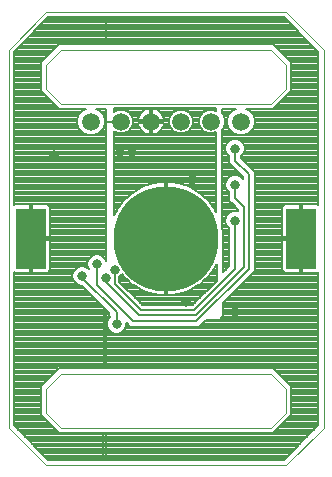
<source format=gbl>
G75*
%MOIN*%
%OFA0B0*%
%FSLAX24Y24*%
%IPPOS*%
%LPD*%
%AMOC8*
5,1,8,0,0,1.08239X$1,22.5*
%
%ADD10C,0.0040*%
%ADD11C,0.3500*%
%ADD12R,0.1000X0.2000*%
%ADD13C,0.0591*%
%ADD14C,0.0080*%
%ADD15C,0.0317*%
D10*
X001440Y000190D02*
X000190Y001440D01*
X000190Y014040D01*
X001440Y015290D01*
X009440Y015290D01*
X010690Y014040D01*
X010690Y001440D01*
X009440Y000190D01*
X001440Y000190D01*
X001940Y001440D02*
X001440Y001940D01*
X001440Y002740D01*
X001940Y003240D01*
X008940Y003240D01*
X009440Y002740D01*
X009440Y001940D01*
X008940Y001440D01*
X001940Y001440D01*
X003190Y010740D02*
X003390Y010940D01*
X003390Y011640D01*
X001940Y012240D02*
X001440Y012740D01*
X001440Y013540D01*
X001940Y014040D01*
X008940Y014040D01*
X009440Y013540D01*
X009440Y012740D01*
X008940Y012240D01*
X001940Y012240D01*
D11*
X005440Y007740D03*
D12*
X009940Y007740D03*
X000940Y007740D03*
D13*
X002940Y011640D03*
X003940Y011640D03*
X004940Y011640D03*
X005940Y011640D03*
X006940Y011640D03*
X007940Y011640D03*
D14*
X003440Y001054D02*
X000831Y001054D01*
X000753Y001132D02*
X003440Y001132D01*
X003440Y001211D02*
X000674Y001211D01*
X000596Y001289D02*
X001836Y001289D01*
X001865Y001260D02*
X003440Y001260D01*
X003440Y000370D01*
X001515Y000370D01*
X000370Y001515D01*
X000370Y006619D01*
X000386Y006610D01*
X000422Y006600D01*
X000900Y006600D01*
X000900Y007700D01*
X000980Y007700D01*
X000980Y007780D01*
X000900Y007780D01*
X000900Y008880D01*
X000422Y008880D01*
X000386Y008870D01*
X000370Y008861D01*
X000370Y013965D01*
X001515Y015110D01*
X003440Y015110D01*
X003440Y014220D01*
X001865Y014220D01*
X001760Y014115D01*
X001260Y013615D01*
X001260Y012665D01*
X001365Y012560D01*
X001865Y012060D01*
X002764Y012060D01*
X002682Y012026D01*
X002554Y011898D01*
X002485Y011731D01*
X002485Y011549D01*
X002554Y011382D01*
X002682Y011254D01*
X002849Y011185D01*
X003031Y011185D01*
X003198Y011254D01*
X003326Y011382D01*
X003395Y011549D01*
X003395Y011731D01*
X003326Y011898D01*
X003198Y012026D01*
X003116Y012060D01*
X003440Y012060D01*
X003440Y006998D01*
X003410Y007070D01*
X003320Y007160D01*
X003203Y007208D01*
X003077Y007208D01*
X002960Y007160D01*
X002870Y007070D01*
X002822Y006953D01*
X002822Y006827D01*
X002870Y006711D01*
X002820Y006760D01*
X002703Y006808D01*
X002577Y006808D01*
X002460Y006760D01*
X002370Y006670D01*
X002322Y006553D01*
X002322Y006427D01*
X002370Y006310D01*
X002460Y006220D01*
X002577Y006172D01*
X002626Y006172D01*
X003440Y005357D01*
X003440Y003420D01*
X001865Y003420D01*
X001760Y003315D01*
X001260Y002815D01*
X001260Y001865D01*
X001865Y001260D01*
X001758Y001368D02*
X000517Y001368D01*
X000439Y001446D02*
X001679Y001446D01*
X001601Y001525D02*
X000370Y001525D01*
X000370Y001603D02*
X001522Y001603D01*
X001444Y001682D02*
X000370Y001682D01*
X000370Y001760D02*
X001365Y001760D01*
X001287Y001839D02*
X000370Y001839D01*
X000370Y001917D02*
X001260Y001917D01*
X001260Y001996D02*
X000370Y001996D01*
X000370Y002074D02*
X001260Y002074D01*
X001260Y002153D02*
X000370Y002153D01*
X000370Y002231D02*
X001260Y002231D01*
X001260Y002310D02*
X000370Y002310D01*
X000370Y002388D02*
X001260Y002388D01*
X001260Y002467D02*
X000370Y002467D01*
X000370Y002545D02*
X001260Y002545D01*
X001260Y002624D02*
X000370Y002624D01*
X000370Y002702D02*
X001260Y002702D01*
X001260Y002781D02*
X000370Y002781D01*
X000370Y002859D02*
X001304Y002859D01*
X001383Y002938D02*
X000370Y002938D01*
X000370Y003016D02*
X001461Y003016D01*
X001540Y003095D02*
X000370Y003095D01*
X000370Y003173D02*
X001618Y003173D01*
X001697Y003252D02*
X000370Y003252D01*
X000370Y003330D02*
X001775Y003330D01*
X001854Y003409D02*
X000370Y003409D01*
X000370Y003487D02*
X003440Y003487D01*
X003362Y003487D02*
X010510Y003487D01*
X010510Y003409D02*
X009026Y003409D01*
X009015Y003420D02*
X003362Y003420D01*
X003375Y005422D01*
X003540Y005257D01*
X003540Y005239D01*
X003540Y005157D01*
X003541Y005157D01*
X003541Y005156D01*
X003573Y005124D01*
X003520Y005070D01*
X003472Y004953D01*
X003472Y004827D01*
X003520Y004710D01*
X003610Y004620D01*
X003727Y004572D01*
X003853Y004572D01*
X003970Y004620D01*
X004060Y004710D01*
X004108Y004827D01*
X004108Y004939D01*
X004124Y004923D01*
X004241Y004806D01*
X006539Y004806D01*
X006773Y005040D01*
X007058Y005040D01*
X007059Y005039D01*
X007141Y005040D01*
X007223Y005040D01*
X007223Y005041D01*
X007224Y005041D01*
X007282Y005099D01*
X007340Y005157D01*
X007340Y005158D01*
X007341Y005159D01*
X007340Y005241D01*
X007340Y005323D01*
X007339Y005323D01*
X007337Y005605D01*
X008273Y006540D01*
X008390Y006657D01*
X008390Y009973D01*
X007940Y010423D01*
X007940Y010490D01*
X008010Y010560D01*
X008058Y010677D01*
X008058Y010803D01*
X008010Y010920D01*
X007920Y011010D01*
X007803Y011058D01*
X007677Y011058D01*
X007560Y011010D01*
X007470Y010920D01*
X007422Y010803D01*
X007422Y010677D01*
X007470Y010560D01*
X007540Y010490D01*
X007540Y010257D01*
X007657Y010140D01*
X007990Y009807D01*
X007990Y009740D01*
X007920Y009810D01*
X007803Y009858D01*
X007677Y009858D01*
X007560Y009810D01*
X007470Y009720D01*
X007422Y009603D01*
X007422Y009477D01*
X007470Y009360D01*
X007540Y009290D01*
X007540Y009007D01*
X007657Y008890D01*
X007840Y008707D01*
X007840Y008643D01*
X007803Y008658D01*
X007677Y008658D01*
X007560Y008610D01*
X007470Y008520D01*
X007422Y008403D01*
X007422Y008277D01*
X007470Y008160D01*
X007540Y008090D01*
X007540Y006823D01*
X007330Y006613D01*
X007324Y007393D01*
X007350Y007489D01*
X007350Y007991D01*
X007319Y008106D01*
X007296Y011352D01*
X007326Y011382D01*
X007395Y011549D01*
X007395Y011731D01*
X007326Y011898D01*
X007292Y011932D01*
X007291Y012060D01*
X007764Y012060D01*
X007682Y012026D01*
X007554Y011898D01*
X007485Y011731D01*
X007485Y011549D01*
X007554Y011382D01*
X007682Y011254D01*
X007849Y011185D01*
X008031Y011185D01*
X008198Y011254D01*
X008326Y011382D01*
X008395Y011549D01*
X008395Y011731D01*
X008326Y011898D01*
X008198Y012026D01*
X008116Y012060D01*
X009015Y012060D01*
X009120Y012165D01*
X009620Y012665D01*
X009620Y013615D01*
X009015Y014220D01*
X003433Y014220D01*
X003438Y015110D01*
X009365Y015110D01*
X010510Y013965D01*
X010510Y008861D01*
X010494Y008870D01*
X010458Y008880D01*
X009980Y008880D01*
X009980Y007780D01*
X009900Y007780D01*
X009900Y008880D01*
X009422Y008880D01*
X009386Y008870D01*
X009354Y008852D01*
X009328Y008826D01*
X009310Y008794D01*
X009300Y008758D01*
X009300Y007780D01*
X009900Y007780D01*
X009900Y007700D01*
X009980Y007700D01*
X009980Y006600D01*
X010458Y006600D01*
X010494Y006610D01*
X010510Y006619D01*
X010510Y001515D01*
X009365Y000370D01*
X003342Y000370D01*
X003347Y001260D01*
X009015Y001260D01*
X009120Y001365D01*
X009620Y001865D01*
X009620Y002815D01*
X009515Y002920D01*
X009015Y003420D01*
X009105Y003330D02*
X010510Y003330D01*
X010510Y003252D02*
X009183Y003252D01*
X009262Y003173D02*
X010510Y003173D01*
X010510Y003095D02*
X009340Y003095D01*
X009419Y003016D02*
X010510Y003016D01*
X010510Y002938D02*
X009497Y002938D01*
X009576Y002859D02*
X010510Y002859D01*
X010510Y002781D02*
X009620Y002781D01*
X009620Y002702D02*
X010510Y002702D01*
X010510Y002624D02*
X009620Y002624D01*
X009620Y002545D02*
X010510Y002545D01*
X010510Y002467D02*
X009620Y002467D01*
X009620Y002388D02*
X010510Y002388D01*
X010510Y002310D02*
X009620Y002310D01*
X009620Y002231D02*
X010510Y002231D01*
X010510Y002153D02*
X009620Y002153D01*
X009620Y002074D02*
X010510Y002074D01*
X010510Y001996D02*
X009620Y001996D01*
X009620Y001917D02*
X010510Y001917D01*
X010510Y001839D02*
X009593Y001839D01*
X009515Y001760D02*
X010510Y001760D01*
X010510Y001682D02*
X009436Y001682D01*
X009358Y001603D02*
X010510Y001603D01*
X010510Y001525D02*
X009279Y001525D01*
X009201Y001446D02*
X010441Y001446D01*
X010363Y001368D02*
X009122Y001368D01*
X009044Y001289D02*
X010284Y001289D01*
X010206Y001211D02*
X003347Y001211D01*
X003347Y001132D02*
X010127Y001132D01*
X010049Y001054D02*
X003346Y001054D01*
X003345Y000975D02*
X009970Y000975D01*
X009892Y000897D02*
X003345Y000897D01*
X003344Y000818D02*
X009813Y000818D01*
X009735Y000740D02*
X003344Y000740D01*
X003343Y000661D02*
X009656Y000661D01*
X009578Y000583D02*
X003343Y000583D01*
X003342Y000504D02*
X009499Y000504D01*
X009421Y000426D02*
X003342Y000426D01*
X003440Y000426D02*
X001459Y000426D01*
X001381Y000504D02*
X003440Y000504D01*
X003440Y000583D02*
X001302Y000583D01*
X001224Y000661D02*
X003440Y000661D01*
X003440Y000740D02*
X001145Y000740D01*
X001067Y000818D02*
X003440Y000818D01*
X003440Y000897D02*
X000988Y000897D01*
X000910Y000975D02*
X003440Y000975D01*
X003440Y003566D02*
X000370Y003566D01*
X000370Y003644D02*
X003440Y003644D01*
X003363Y003644D02*
X010510Y003644D01*
X010510Y003566D02*
X003363Y003566D01*
X003364Y003723D02*
X010510Y003723D01*
X010510Y003801D02*
X003364Y003801D01*
X003440Y003801D02*
X000370Y003801D01*
X000370Y003723D02*
X003440Y003723D01*
X003440Y003880D02*
X000370Y003880D01*
X000370Y003958D02*
X003440Y003958D01*
X003365Y003958D02*
X010510Y003958D01*
X010510Y003880D02*
X003365Y003880D01*
X003366Y004037D02*
X010510Y004037D01*
X010510Y004115D02*
X003366Y004115D01*
X003440Y004115D02*
X000370Y004115D01*
X000370Y004037D02*
X003440Y004037D01*
X003440Y004194D02*
X000370Y004194D01*
X000370Y004272D02*
X003440Y004272D01*
X003367Y004272D02*
X010510Y004272D01*
X010510Y004194D02*
X003367Y004194D01*
X003368Y004351D02*
X010510Y004351D01*
X010510Y004429D02*
X003368Y004429D01*
X003440Y004429D02*
X000370Y004429D01*
X000370Y004351D02*
X003440Y004351D01*
X003440Y004508D02*
X000370Y004508D01*
X000370Y004586D02*
X003440Y004586D01*
X003369Y004586D02*
X003692Y004586D01*
X003565Y004665D02*
X003370Y004665D01*
X003440Y004665D02*
X000370Y004665D01*
X000370Y004743D02*
X003440Y004743D01*
X003506Y004743D02*
X003370Y004743D01*
X003371Y004822D02*
X003474Y004822D01*
X003440Y004822D02*
X000370Y004822D01*
X000370Y004900D02*
X003440Y004900D01*
X003472Y004900D02*
X003371Y004900D01*
X003372Y004979D02*
X003482Y004979D01*
X003440Y004979D02*
X000370Y004979D01*
X000370Y005057D02*
X003440Y005057D01*
X003372Y005057D02*
X003515Y005057D01*
X003561Y005136D02*
X003373Y005136D01*
X003440Y005136D02*
X000370Y005136D01*
X000370Y005214D02*
X003440Y005214D01*
X003373Y005214D02*
X003540Y005214D01*
X003505Y005293D02*
X003374Y005293D01*
X003440Y005293D02*
X000370Y005293D01*
X000370Y005371D02*
X003426Y005371D01*
X003374Y005371D01*
X003348Y005450D02*
X000370Y005450D01*
X000370Y005528D02*
X003269Y005528D01*
X003191Y005607D02*
X000370Y005607D01*
X000370Y005685D02*
X003112Y005685D01*
X003034Y005764D02*
X000370Y005764D01*
X000370Y005842D02*
X002955Y005842D01*
X002877Y005921D02*
X000370Y005921D01*
X000370Y005999D02*
X002798Y005999D01*
X002720Y006078D02*
X000370Y006078D01*
X000370Y006156D02*
X002641Y006156D01*
X002445Y006235D02*
X000370Y006235D01*
X000370Y006313D02*
X002369Y006313D01*
X002336Y006392D02*
X000370Y006392D01*
X000370Y006470D02*
X002322Y006470D01*
X002322Y006549D02*
X000370Y006549D01*
X000900Y006627D02*
X000980Y006627D01*
X000980Y006600D02*
X001458Y006600D01*
X001494Y006610D01*
X001526Y006628D01*
X001552Y006654D01*
X001570Y006686D01*
X001580Y006722D01*
X001580Y007700D01*
X000980Y007700D01*
X000980Y006600D01*
X000980Y006706D02*
X000900Y006706D01*
X000900Y006784D02*
X000980Y006784D01*
X000980Y006863D02*
X000900Y006863D01*
X000900Y006941D02*
X000980Y006941D01*
X000980Y007020D02*
X000900Y007020D01*
X000900Y007098D02*
X000980Y007098D01*
X000980Y007177D02*
X000900Y007177D01*
X000900Y007255D02*
X000980Y007255D01*
X000980Y007334D02*
X000900Y007334D01*
X000900Y007412D02*
X000980Y007412D01*
X000980Y007491D02*
X000900Y007491D01*
X000900Y007569D02*
X000980Y007569D01*
X000980Y007648D02*
X000900Y007648D01*
X000980Y007726D02*
X003440Y007726D01*
X003440Y007648D02*
X001580Y007648D01*
X001580Y007569D02*
X003440Y007569D01*
X003440Y007491D02*
X001580Y007491D01*
X001580Y007412D02*
X003440Y007412D01*
X003440Y007334D02*
X001580Y007334D01*
X001580Y007255D02*
X003440Y007255D01*
X003440Y007177D02*
X003280Y007177D01*
X003382Y007098D02*
X003440Y007098D01*
X003431Y007020D02*
X003440Y007020D01*
X003140Y006890D02*
X003140Y006190D01*
X004324Y005006D01*
X006456Y005006D01*
X008190Y006740D01*
X008190Y009890D01*
X007740Y010340D01*
X007740Y010740D01*
X008032Y010866D02*
X010510Y010866D01*
X010510Y010788D02*
X008058Y010788D01*
X008058Y010709D02*
X010510Y010709D01*
X010510Y010631D02*
X008039Y010631D01*
X008002Y010552D02*
X010510Y010552D01*
X010510Y010474D02*
X007940Y010474D01*
X007968Y010395D02*
X010510Y010395D01*
X010510Y010317D02*
X008046Y010317D01*
X008125Y010238D02*
X010510Y010238D01*
X010510Y010160D02*
X008203Y010160D01*
X008282Y010081D02*
X010510Y010081D01*
X010510Y010003D02*
X008360Y010003D01*
X008390Y009924D02*
X010510Y009924D01*
X010510Y009846D02*
X008390Y009846D01*
X008390Y009767D02*
X010510Y009767D01*
X010510Y009689D02*
X008390Y009689D01*
X008390Y009610D02*
X010510Y009610D01*
X010510Y009532D02*
X008390Y009532D01*
X008390Y009453D02*
X010510Y009453D01*
X010510Y009375D02*
X008390Y009375D01*
X008390Y009296D02*
X010510Y009296D01*
X010510Y009218D02*
X008390Y009218D01*
X008390Y009139D02*
X010510Y009139D01*
X010510Y009061D02*
X008390Y009061D01*
X008390Y008982D02*
X010510Y008982D01*
X010510Y008904D02*
X008390Y008904D01*
X008390Y008825D02*
X009327Y008825D01*
X009300Y008747D02*
X008390Y008747D01*
X008390Y008668D02*
X009300Y008668D01*
X009300Y008590D02*
X008390Y008590D01*
X008390Y008511D02*
X009300Y008511D01*
X009300Y008433D02*
X008390Y008433D01*
X008390Y008354D02*
X009300Y008354D01*
X009300Y008276D02*
X008390Y008276D01*
X008390Y008197D02*
X009300Y008197D01*
X009300Y008119D02*
X008390Y008119D01*
X008390Y008040D02*
X009300Y008040D01*
X009300Y007962D02*
X008390Y007962D01*
X008390Y007883D02*
X009300Y007883D01*
X009300Y007805D02*
X008390Y007805D01*
X008390Y007726D02*
X009900Y007726D01*
X009900Y007700D02*
X009300Y007700D01*
X009300Y006722D01*
X009310Y006686D01*
X009328Y006654D01*
X009354Y006628D01*
X009386Y006610D01*
X009422Y006600D01*
X009900Y006600D01*
X009900Y007700D01*
X009900Y007648D02*
X009980Y007648D01*
X009980Y007569D02*
X009900Y007569D01*
X009900Y007491D02*
X009980Y007491D01*
X009980Y007412D02*
X009900Y007412D01*
X009900Y007334D02*
X009980Y007334D01*
X009980Y007255D02*
X009900Y007255D01*
X009900Y007177D02*
X009980Y007177D01*
X009980Y007098D02*
X009900Y007098D01*
X009900Y007020D02*
X009980Y007020D01*
X009980Y006941D02*
X009900Y006941D01*
X009900Y006863D02*
X009980Y006863D01*
X009980Y006784D02*
X009900Y006784D01*
X009900Y006706D02*
X009980Y006706D01*
X009980Y006627D02*
X009900Y006627D01*
X009356Y006627D02*
X008360Y006627D01*
X008390Y006706D02*
X009304Y006706D01*
X009300Y006784D02*
X008390Y006784D01*
X008390Y006863D02*
X009300Y006863D01*
X009300Y006941D02*
X008390Y006941D01*
X008390Y007020D02*
X009300Y007020D01*
X009300Y007098D02*
X008390Y007098D01*
X008390Y007177D02*
X009300Y007177D01*
X009300Y007255D02*
X008390Y007255D01*
X008390Y007334D02*
X009300Y007334D01*
X009300Y007412D02*
X008390Y007412D01*
X008390Y007491D02*
X009300Y007491D01*
X009300Y007569D02*
X008390Y007569D01*
X008390Y007648D02*
X009300Y007648D01*
X009900Y007805D02*
X009980Y007805D01*
X009980Y007883D02*
X009900Y007883D01*
X009900Y007962D02*
X009980Y007962D01*
X009980Y008040D02*
X009900Y008040D01*
X009900Y008119D02*
X009980Y008119D01*
X009980Y008197D02*
X009900Y008197D01*
X009900Y008276D02*
X009980Y008276D01*
X009980Y008354D02*
X009900Y008354D01*
X009900Y008433D02*
X009980Y008433D01*
X009980Y008511D02*
X009900Y008511D01*
X009900Y008590D02*
X009980Y008590D01*
X009980Y008668D02*
X009900Y008668D01*
X009900Y008747D02*
X009980Y008747D01*
X009980Y008825D02*
X009900Y008825D01*
X010510Y010945D02*
X007986Y010945D01*
X007889Y011023D02*
X010510Y011023D01*
X010510Y011102D02*
X007298Y011102D01*
X007297Y011180D02*
X010510Y011180D01*
X010510Y011259D02*
X008202Y011259D01*
X008281Y011337D02*
X010510Y011337D01*
X010510Y011416D02*
X008340Y011416D01*
X008372Y011494D02*
X010510Y011494D01*
X010510Y011573D02*
X008395Y011573D01*
X008395Y011651D02*
X010510Y011651D01*
X010510Y011730D02*
X008395Y011730D01*
X008363Y011808D02*
X010510Y011808D01*
X010510Y011887D02*
X008331Y011887D01*
X008259Y011965D02*
X010510Y011965D01*
X010510Y012044D02*
X008155Y012044D01*
X007725Y012044D02*
X007291Y012044D01*
X007291Y011965D02*
X007621Y011965D01*
X007549Y011887D02*
X007331Y011887D01*
X007363Y011808D02*
X007517Y011808D01*
X007485Y011730D02*
X007395Y011730D01*
X007395Y011651D02*
X007485Y011651D01*
X007485Y011573D02*
X007395Y011573D01*
X007372Y011494D02*
X007508Y011494D01*
X007540Y011416D02*
X007340Y011416D01*
X007296Y011337D02*
X007599Y011337D01*
X007678Y011259D02*
X007296Y011259D01*
X007298Y011023D02*
X007591Y011023D01*
X007494Y010945D02*
X007299Y010945D01*
X007299Y010866D02*
X007448Y010866D01*
X007422Y010788D02*
X007300Y010788D01*
X007300Y010709D02*
X007422Y010709D01*
X007441Y010631D02*
X007301Y010631D01*
X007302Y010552D02*
X007478Y010552D01*
X007540Y010474D02*
X007302Y010474D01*
X007303Y010395D02*
X007540Y010395D01*
X007540Y010317D02*
X007303Y010317D01*
X007304Y010238D02*
X007559Y010238D01*
X007638Y010160D02*
X007304Y010160D01*
X007305Y010081D02*
X007716Y010081D01*
X007795Y010003D02*
X007305Y010003D01*
X007306Y009924D02*
X007873Y009924D01*
X007834Y009846D02*
X007952Y009846D01*
X007963Y009767D02*
X007990Y009767D01*
X007740Y009540D02*
X007740Y009090D01*
X008040Y008790D01*
X008040Y006790D01*
X006455Y005205D01*
X004525Y005205D01*
X003440Y006290D01*
X003440Y006440D01*
X003740Y006240D02*
X004606Y005374D01*
X006374Y005374D01*
X007740Y006740D01*
X007740Y008340D01*
X007511Y008119D02*
X007319Y008119D01*
X007319Y008197D02*
X007455Y008197D01*
X007422Y008276D02*
X007318Y008276D01*
X007317Y008354D02*
X007422Y008354D01*
X007434Y008433D02*
X007317Y008433D01*
X007316Y008511D02*
X007466Y008511D01*
X007539Y008590D02*
X007316Y008590D01*
X007315Y008668D02*
X007840Y008668D01*
X007801Y008747D02*
X007315Y008747D01*
X007314Y008825D02*
X007722Y008825D01*
X007644Y008904D02*
X007313Y008904D01*
X007313Y008982D02*
X007565Y008982D01*
X007540Y009061D02*
X007312Y009061D01*
X007312Y009139D02*
X007540Y009139D01*
X007540Y009218D02*
X007311Y009218D01*
X007311Y009296D02*
X007534Y009296D01*
X007464Y009375D02*
X007310Y009375D01*
X007309Y009453D02*
X007431Y009453D01*
X007422Y009532D02*
X007309Y009532D01*
X007308Y009610D02*
X007424Y009610D01*
X007457Y009689D02*
X007308Y009689D01*
X007307Y009767D02*
X007517Y009767D01*
X007646Y009846D02*
X007307Y009846D01*
X007107Y009846D02*
X003707Y009846D01*
X003706Y009924D02*
X007106Y009924D01*
X007105Y010003D02*
X003705Y010003D01*
X003705Y010081D02*
X007105Y010081D01*
X007104Y010160D02*
X003704Y010160D01*
X003704Y010238D02*
X007104Y010238D01*
X007103Y010317D02*
X003703Y010317D01*
X003703Y010395D02*
X007103Y010395D01*
X007102Y010474D02*
X003702Y010474D01*
X003702Y010552D02*
X007102Y010552D01*
X007101Y010631D02*
X003701Y010631D01*
X003700Y010709D02*
X007100Y010709D01*
X007100Y010788D02*
X003700Y010788D01*
X003699Y010866D02*
X007099Y010866D01*
X007099Y010945D02*
X003699Y010945D01*
X003698Y011023D02*
X007098Y011023D01*
X007098Y011102D02*
X003698Y011102D01*
X003697Y011180D02*
X007097Y011180D01*
X007096Y011259D02*
X007052Y011259D01*
X007019Y011245D02*
X007096Y011277D01*
X007116Y008618D01*
X007036Y008756D01*
X006941Y008892D01*
X006835Y009018D01*
X006718Y009135D01*
X006592Y009241D01*
X006456Y009336D01*
X006314Y009418D01*
X006164Y009488D01*
X006009Y009544D01*
X005849Y009587D01*
X005687Y009616D01*
X005523Y009630D01*
X005480Y009630D01*
X005480Y007780D01*
X005400Y007780D01*
X005400Y009630D01*
X005357Y009630D01*
X005193Y009616D01*
X005031Y009587D01*
X004871Y009544D01*
X004716Y009488D01*
X004566Y009418D01*
X004424Y009336D01*
X004288Y009241D01*
X004162Y009135D01*
X004045Y009018D01*
X003939Y008892D01*
X003844Y008756D01*
X003762Y008614D01*
X003716Y008516D01*
X003696Y011325D01*
X003716Y011305D01*
X003861Y011245D01*
X004019Y011245D01*
X004164Y011305D01*
X004275Y011416D01*
X004335Y011561D01*
X004335Y011719D01*
X004275Y011864D01*
X004164Y011975D01*
X004019Y012035D01*
X003861Y012035D01*
X003716Y011975D01*
X003691Y011950D01*
X003690Y012080D01*
X007090Y012080D01*
X007091Y012005D01*
X007019Y012035D01*
X006861Y012035D01*
X006716Y011975D01*
X006605Y011864D01*
X006545Y011719D01*
X006545Y011561D01*
X006605Y011416D01*
X006716Y011305D01*
X006861Y011245D01*
X007019Y011245D01*
X006828Y011259D02*
X006052Y011259D01*
X006019Y011245D02*
X006164Y011305D01*
X006275Y011416D01*
X006335Y011561D01*
X006335Y011719D01*
X006275Y011864D01*
X006164Y011975D01*
X006019Y012035D01*
X005861Y012035D01*
X005716Y011975D01*
X005605Y011864D01*
X005545Y011719D01*
X005545Y011561D01*
X005605Y011416D01*
X005716Y011305D01*
X005861Y011245D01*
X006019Y011245D01*
X006196Y011337D02*
X006684Y011337D01*
X006605Y011416D02*
X006275Y011416D01*
X006307Y011494D02*
X006573Y011494D01*
X006545Y011573D02*
X006335Y011573D01*
X006335Y011651D02*
X006545Y011651D01*
X006549Y011730D02*
X006331Y011730D01*
X006298Y011808D02*
X006582Y011808D01*
X006628Y011887D02*
X006252Y011887D01*
X006174Y011965D02*
X006706Y011965D01*
X007091Y012044D02*
X005107Y012044D01*
X005107Y012043D02*
X005042Y012065D01*
X004980Y012074D01*
X004980Y011680D01*
X005374Y011680D01*
X005365Y011742D01*
X005343Y011807D01*
X005312Y011868D01*
X005272Y011924D01*
X005224Y011972D01*
X005168Y012012D01*
X005107Y012043D01*
X004980Y012044D02*
X004900Y012044D01*
X004900Y012074D02*
X004838Y012065D01*
X004773Y012043D01*
X004712Y012012D01*
X004656Y011972D01*
X004608Y011924D01*
X004568Y011868D01*
X004537Y011807D01*
X004515Y011742D01*
X004506Y011680D01*
X004900Y011680D01*
X004900Y012074D01*
X004900Y011965D02*
X004980Y011965D01*
X004980Y011887D02*
X004900Y011887D01*
X004900Y011808D02*
X004980Y011808D01*
X004980Y011730D02*
X004900Y011730D01*
X004900Y011680D02*
X004980Y011680D01*
X004980Y011600D01*
X005374Y011600D01*
X005365Y011538D01*
X005343Y011473D01*
X005312Y011412D01*
X005272Y011356D01*
X005224Y011308D01*
X005168Y011268D01*
X005107Y011237D01*
X005042Y011215D01*
X004980Y011206D01*
X004980Y011600D01*
X004900Y011600D01*
X004900Y011206D01*
X004838Y011215D01*
X004773Y011237D01*
X004712Y011268D01*
X004656Y011308D01*
X004608Y011356D01*
X004568Y011412D01*
X004537Y011473D01*
X004515Y011538D01*
X004506Y011600D01*
X004900Y011600D01*
X004900Y011680D01*
X004900Y011651D02*
X004335Y011651D01*
X004335Y011573D02*
X004510Y011573D01*
X004530Y011494D02*
X004307Y011494D01*
X004275Y011416D02*
X004566Y011416D01*
X004627Y011337D02*
X004196Y011337D01*
X004052Y011259D02*
X004730Y011259D01*
X004900Y011259D02*
X004980Y011259D01*
X004980Y011337D02*
X004900Y011337D01*
X004900Y011416D02*
X004980Y011416D01*
X004980Y011494D02*
X004900Y011494D01*
X004900Y011573D02*
X004980Y011573D01*
X004980Y011651D02*
X005545Y011651D01*
X005545Y011573D02*
X005370Y011573D01*
X005350Y011494D02*
X005573Y011494D01*
X005605Y011416D02*
X005314Y011416D01*
X005253Y011337D02*
X005684Y011337D01*
X005828Y011259D02*
X005150Y011259D01*
X005367Y011730D02*
X005549Y011730D01*
X005582Y011808D02*
X005343Y011808D01*
X005299Y011887D02*
X005628Y011887D01*
X005706Y011965D02*
X005231Y011965D01*
X004773Y012044D02*
X003691Y012044D01*
X003691Y011965D02*
X003706Y011965D01*
X003940Y011640D02*
X003390Y011640D01*
X003395Y011651D02*
X003440Y011651D01*
X003440Y011573D02*
X003395Y011573D01*
X003372Y011494D02*
X003440Y011494D01*
X003440Y011416D02*
X003340Y011416D01*
X003281Y011337D02*
X003440Y011337D01*
X003440Y011259D02*
X003202Y011259D01*
X003440Y011180D02*
X000370Y011180D01*
X000370Y011102D02*
X003440Y011102D01*
X003440Y011023D02*
X000370Y011023D01*
X000370Y010945D02*
X003440Y010945D01*
X003440Y010866D02*
X000370Y010866D01*
X000370Y010788D02*
X003440Y010788D01*
X003440Y010709D02*
X000370Y010709D01*
X000370Y010631D02*
X003440Y010631D01*
X003440Y010552D02*
X000370Y010552D01*
X000370Y010474D02*
X003440Y010474D01*
X003440Y010395D02*
X000370Y010395D01*
X000370Y010317D02*
X003440Y010317D01*
X003440Y010238D02*
X000370Y010238D01*
X000370Y010160D02*
X003440Y010160D01*
X003440Y010081D02*
X000370Y010081D01*
X000370Y010003D02*
X003440Y010003D01*
X003440Y009924D02*
X000370Y009924D01*
X000370Y009846D02*
X003440Y009846D01*
X003440Y009767D02*
X000370Y009767D01*
X000370Y009689D02*
X003440Y009689D01*
X003440Y009610D02*
X000370Y009610D01*
X000370Y009532D02*
X003440Y009532D01*
X003440Y009453D02*
X000370Y009453D01*
X000370Y009375D02*
X003440Y009375D01*
X003440Y009296D02*
X000370Y009296D01*
X000370Y009218D02*
X003440Y009218D01*
X003440Y009139D02*
X000370Y009139D01*
X000370Y009061D02*
X003440Y009061D01*
X003440Y008982D02*
X000370Y008982D01*
X000370Y008904D02*
X003440Y008904D01*
X003440Y008825D02*
X001553Y008825D01*
X001552Y008826D02*
X001526Y008852D01*
X001494Y008870D01*
X001458Y008880D01*
X000980Y008880D01*
X000980Y007780D01*
X001580Y007780D01*
X001580Y008758D01*
X001570Y008794D01*
X001552Y008826D01*
X001580Y008747D02*
X003440Y008747D01*
X003440Y008668D02*
X001580Y008668D01*
X001580Y008590D02*
X003440Y008590D01*
X003440Y008511D02*
X001580Y008511D01*
X001580Y008433D02*
X003440Y008433D01*
X003440Y008354D02*
X001580Y008354D01*
X001580Y008276D02*
X003440Y008276D01*
X003440Y008197D02*
X001580Y008197D01*
X001580Y008119D02*
X003440Y008119D01*
X003440Y008040D02*
X001580Y008040D01*
X001580Y007962D02*
X003440Y007962D01*
X003440Y007883D02*
X001580Y007883D01*
X001580Y007805D02*
X003440Y007805D01*
X003000Y007177D02*
X001580Y007177D01*
X001580Y007098D02*
X002898Y007098D01*
X002849Y007020D02*
X001580Y007020D01*
X001580Y006941D02*
X002822Y006941D01*
X002822Y006863D02*
X001580Y006863D01*
X001580Y006784D02*
X002518Y006784D01*
X002405Y006706D02*
X001576Y006706D01*
X001524Y006627D02*
X002352Y006627D01*
X002640Y006490D02*
X002640Y006440D01*
X003790Y005290D01*
X003790Y004890D01*
X004015Y004665D02*
X010510Y004665D01*
X010510Y004743D02*
X004074Y004743D01*
X004106Y004822D02*
X004226Y004822D01*
X004147Y004900D02*
X004108Y004900D01*
X004124Y004923D02*
X004124Y004923D01*
X003888Y004586D02*
X010510Y004586D01*
X010510Y004508D02*
X003369Y004508D01*
X004336Y005842D02*
X006644Y005842D01*
X006566Y005764D02*
X004414Y005764D01*
X004493Y005685D02*
X006487Y005685D01*
X006409Y005607D02*
X004571Y005607D01*
X004650Y005528D02*
X006330Y005528D01*
X006316Y005514D02*
X004664Y005514D01*
X003880Y006298D01*
X003880Y006468D01*
X003886Y006471D01*
X003959Y006544D01*
X003965Y006558D01*
X004045Y006462D01*
X004162Y006345D01*
X004288Y006239D01*
X004424Y006144D01*
X004566Y006062D01*
X004716Y005992D01*
X004871Y005936D01*
X005031Y005893D01*
X005193Y005864D01*
X005357Y005850D01*
X005400Y005850D01*
X005400Y007700D01*
X005480Y007700D01*
X005480Y005850D01*
X005523Y005850D01*
X005687Y005864D01*
X005849Y005893D01*
X006009Y005936D01*
X006164Y005992D01*
X006314Y006062D01*
X006456Y006144D01*
X006592Y006239D01*
X006718Y006345D01*
X006835Y006462D01*
X006941Y006588D01*
X007036Y006724D01*
X007118Y006866D01*
X007128Y006888D01*
X007132Y006330D01*
X006316Y005514D01*
X006090Y005640D02*
X006040Y005640D01*
X005940Y005540D01*
X005952Y005921D02*
X006723Y005921D01*
X006801Y005999D02*
X006179Y005999D01*
X006340Y006078D02*
X006880Y006078D01*
X006958Y006156D02*
X006473Y006156D01*
X006585Y006235D02*
X007037Y006235D01*
X007115Y006313D02*
X006680Y006313D01*
X006764Y006392D02*
X007132Y006392D01*
X007131Y006470D02*
X006842Y006470D01*
X006907Y006549D02*
X007131Y006549D01*
X007130Y006627D02*
X006968Y006627D01*
X007023Y006706D02*
X007129Y006706D01*
X007129Y006784D02*
X007070Y006784D01*
X007116Y006863D02*
X007128Y006863D01*
X007328Y006863D02*
X007540Y006863D01*
X007540Y006941D02*
X007328Y006941D01*
X007327Y007020D02*
X007540Y007020D01*
X007540Y007098D02*
X007327Y007098D01*
X007326Y007177D02*
X007540Y007177D01*
X007540Y007255D02*
X007325Y007255D01*
X007325Y007334D02*
X007540Y007334D01*
X007540Y007412D02*
X007329Y007412D01*
X007350Y007491D02*
X007540Y007491D01*
X007540Y007569D02*
X007350Y007569D01*
X007350Y007648D02*
X007540Y007648D01*
X007540Y007726D02*
X007350Y007726D01*
X007350Y007805D02*
X007540Y007805D01*
X007540Y007883D02*
X007350Y007883D01*
X007350Y007962D02*
X007540Y007962D01*
X007540Y008040D02*
X007337Y008040D01*
X007115Y008668D02*
X007087Y008668D01*
X007115Y008747D02*
X007041Y008747D01*
X006988Y008825D02*
X007114Y008825D01*
X007113Y008904D02*
X006931Y008904D01*
X006865Y008982D02*
X007113Y008982D01*
X007112Y009061D02*
X006792Y009061D01*
X006713Y009139D02*
X007112Y009139D01*
X007111Y009218D02*
X006619Y009218D01*
X006513Y009296D02*
X007111Y009296D01*
X007110Y009375D02*
X006389Y009375D01*
X006239Y009453D02*
X007109Y009453D01*
X007109Y009532D02*
X006044Y009532D01*
X006290Y009690D02*
X006440Y009840D01*
X007107Y009767D02*
X003707Y009767D01*
X003708Y009689D02*
X007108Y009689D01*
X007108Y009610D02*
X005719Y009610D01*
X005480Y009610D02*
X005400Y009610D01*
X005400Y009532D02*
X005480Y009532D01*
X005480Y009453D02*
X005400Y009453D01*
X005400Y009375D02*
X005480Y009375D01*
X005480Y009296D02*
X005400Y009296D01*
X005400Y009218D02*
X005480Y009218D01*
X005480Y009139D02*
X005400Y009139D01*
X005400Y009061D02*
X005480Y009061D01*
X005480Y008982D02*
X005400Y008982D01*
X005400Y008904D02*
X005480Y008904D01*
X005480Y008825D02*
X005400Y008825D01*
X005400Y008747D02*
X005480Y008747D01*
X005480Y008668D02*
X005400Y008668D01*
X005400Y008590D02*
X005480Y008590D01*
X005480Y008511D02*
X005400Y008511D01*
X005400Y008433D02*
X005480Y008433D01*
X005480Y008354D02*
X005400Y008354D01*
X005400Y008276D02*
X005480Y008276D01*
X005480Y008197D02*
X005400Y008197D01*
X005400Y008119D02*
X005480Y008119D01*
X005480Y008040D02*
X005400Y008040D01*
X005400Y007962D02*
X005480Y007962D01*
X005480Y007883D02*
X005400Y007883D01*
X005400Y007805D02*
X005480Y007805D01*
X005480Y007648D02*
X005400Y007648D01*
X005400Y007569D02*
X005480Y007569D01*
X005480Y007491D02*
X005400Y007491D01*
X005400Y007412D02*
X005480Y007412D01*
X005480Y007334D02*
X005400Y007334D01*
X005400Y007255D02*
X005480Y007255D01*
X005480Y007177D02*
X005400Y007177D01*
X005400Y007098D02*
X005480Y007098D01*
X005480Y007020D02*
X005400Y007020D01*
X005400Y006941D02*
X005480Y006941D01*
X005480Y006863D02*
X005400Y006863D01*
X005400Y006784D02*
X005480Y006784D01*
X005480Y006706D02*
X005400Y006706D01*
X005400Y006627D02*
X005480Y006627D01*
X005480Y006549D02*
X005400Y006549D01*
X005400Y006470D02*
X005480Y006470D01*
X005480Y006392D02*
X005400Y006392D01*
X005400Y006313D02*
X005480Y006313D01*
X005480Y006235D02*
X005400Y006235D01*
X005400Y006156D02*
X005480Y006156D01*
X005480Y006078D02*
X005400Y006078D01*
X005400Y005999D02*
X005480Y005999D01*
X005480Y005921D02*
X005400Y005921D01*
X004928Y005921D02*
X004257Y005921D01*
X004179Y005999D02*
X004701Y005999D01*
X004540Y006078D02*
X004100Y006078D01*
X004022Y006156D02*
X004407Y006156D01*
X004295Y006235D02*
X003943Y006235D01*
X003880Y006313D02*
X004200Y006313D01*
X004116Y006392D02*
X003880Y006392D01*
X003884Y006470D02*
X004038Y006470D01*
X003973Y006549D02*
X003961Y006549D01*
X003740Y006690D02*
X003740Y006240D01*
X002839Y006784D02*
X002762Y006784D01*
X003716Y008590D02*
X003751Y008590D01*
X003715Y008668D02*
X003793Y008668D01*
X003839Y008747D02*
X003715Y008747D01*
X003714Y008825D02*
X003892Y008825D01*
X003949Y008904D02*
X003713Y008904D01*
X003713Y008982D02*
X004015Y008982D01*
X004088Y009061D02*
X003712Y009061D01*
X003712Y009139D02*
X004167Y009139D01*
X004261Y009218D02*
X003711Y009218D01*
X003711Y009296D02*
X004367Y009296D01*
X004491Y009375D02*
X003710Y009375D01*
X003709Y009453D02*
X004641Y009453D01*
X004836Y009532D02*
X003709Y009532D01*
X003708Y009610D02*
X005161Y009610D01*
X004290Y010640D02*
X004290Y010840D01*
X003890Y010840D02*
X003890Y010640D01*
X003828Y011259D02*
X003696Y011259D01*
X003440Y011730D02*
X003395Y011730D01*
X003363Y011808D02*
X003440Y011808D01*
X003440Y011887D02*
X003331Y011887D01*
X003259Y011965D02*
X003440Y011965D01*
X003440Y012044D02*
X003155Y012044D01*
X002725Y012044D02*
X000370Y012044D01*
X000370Y012122D02*
X001803Y012122D01*
X001725Y012201D02*
X000370Y012201D01*
X000370Y012279D02*
X001646Y012279D01*
X001568Y012358D02*
X000370Y012358D01*
X000370Y012436D02*
X001489Y012436D01*
X001411Y012515D02*
X000370Y012515D01*
X000370Y012593D02*
X001332Y012593D01*
X001260Y012672D02*
X000370Y012672D01*
X000370Y012750D02*
X001260Y012750D01*
X001260Y012829D02*
X000370Y012829D01*
X000370Y012907D02*
X001260Y012907D01*
X001260Y012986D02*
X000370Y012986D01*
X000370Y013064D02*
X001260Y013064D01*
X001260Y013143D02*
X000370Y013143D01*
X000370Y013221D02*
X001260Y013221D01*
X001260Y013300D02*
X000370Y013300D01*
X000370Y013378D02*
X001260Y013378D01*
X001260Y013457D02*
X000370Y013457D01*
X000370Y013535D02*
X001260Y013535D01*
X001260Y013614D02*
X000370Y013614D01*
X000370Y013692D02*
X001337Y013692D01*
X001416Y013771D02*
X000370Y013771D01*
X000370Y013849D02*
X001494Y013849D01*
X001573Y013928D02*
X000370Y013928D01*
X000411Y014006D02*
X001651Y014006D01*
X001730Y014085D02*
X000489Y014085D01*
X000568Y014163D02*
X001808Y014163D01*
X001274Y014870D02*
X003440Y014870D01*
X003437Y014870D02*
X009606Y014870D01*
X009527Y014948D02*
X003437Y014948D01*
X003440Y014948D02*
X001353Y014948D01*
X001431Y015027D02*
X003440Y015027D01*
X003438Y015027D02*
X009449Y015027D01*
X009370Y015105D02*
X003438Y015105D01*
X003440Y015105D02*
X001510Y015105D01*
X001196Y014791D02*
X003440Y014791D01*
X003436Y014791D02*
X009684Y014791D01*
X009763Y014713D02*
X003436Y014713D01*
X003440Y014713D02*
X001117Y014713D01*
X001039Y014634D02*
X003440Y014634D01*
X003435Y014634D02*
X009841Y014634D01*
X009920Y014556D02*
X003435Y014556D01*
X003440Y014556D02*
X000960Y014556D01*
X000882Y014477D02*
X003440Y014477D01*
X003434Y014477D02*
X009998Y014477D01*
X010077Y014399D02*
X003434Y014399D01*
X003440Y014399D02*
X000803Y014399D01*
X000725Y014320D02*
X003440Y014320D01*
X003433Y014320D02*
X010155Y014320D01*
X010234Y014242D02*
X003433Y014242D01*
X003440Y014242D02*
X000646Y014242D01*
X000370Y011965D02*
X002621Y011965D01*
X002549Y011887D02*
X000370Y011887D01*
X000370Y011808D02*
X002517Y011808D01*
X002485Y011730D02*
X000370Y011730D01*
X000370Y011651D02*
X002485Y011651D01*
X002485Y011573D02*
X000370Y011573D01*
X000370Y011494D02*
X002508Y011494D01*
X002540Y011416D02*
X000370Y011416D01*
X000370Y011337D02*
X002599Y011337D01*
X002678Y011259D02*
X000370Y011259D01*
X001690Y010690D02*
X001690Y010540D01*
X000980Y008825D02*
X000900Y008825D01*
X000900Y008747D02*
X000980Y008747D01*
X000980Y008668D02*
X000900Y008668D01*
X000900Y008590D02*
X000980Y008590D01*
X000980Y008511D02*
X000900Y008511D01*
X000900Y008433D02*
X000980Y008433D01*
X000980Y008354D02*
X000900Y008354D01*
X000900Y008276D02*
X000980Y008276D01*
X000980Y008197D02*
X000900Y008197D01*
X000900Y008119D02*
X000980Y008119D01*
X000980Y008040D02*
X000900Y008040D01*
X000900Y007962D02*
X000980Y007962D01*
X000980Y007883D02*
X000900Y007883D01*
X000900Y007805D02*
X000980Y007805D01*
X004174Y011965D02*
X004649Y011965D01*
X004581Y011887D02*
X004252Y011887D01*
X004298Y011808D02*
X004537Y011808D01*
X004513Y011730D02*
X004331Y011730D01*
X007329Y006784D02*
X007501Y006784D01*
X007423Y006706D02*
X007329Y006706D01*
X007330Y006627D02*
X007344Y006627D01*
X007810Y006078D02*
X010510Y006078D01*
X010510Y006156D02*
X007889Y006156D01*
X007967Y006235D02*
X010510Y006235D01*
X010510Y006313D02*
X008046Y006313D01*
X008124Y006392D02*
X010510Y006392D01*
X010510Y006470D02*
X008203Y006470D01*
X008281Y006549D02*
X010510Y006549D01*
X010510Y005999D02*
X007732Y005999D01*
X007653Y005921D02*
X010510Y005921D01*
X010510Y005842D02*
X007575Y005842D01*
X007496Y005764D02*
X010510Y005764D01*
X010510Y005685D02*
X007418Y005685D01*
X007339Y005607D02*
X010510Y005607D01*
X010510Y005528D02*
X007338Y005528D01*
X007338Y005450D02*
X010510Y005450D01*
X010510Y005371D02*
X007339Y005371D01*
X007340Y005293D02*
X010510Y005293D01*
X010510Y005214D02*
X007340Y005214D01*
X007318Y005136D02*
X010510Y005136D01*
X010510Y005057D02*
X007240Y005057D01*
X006711Y004979D02*
X010510Y004979D01*
X010510Y004900D02*
X006633Y004900D01*
X006554Y004822D02*
X010510Y004822D01*
X007990Y005390D02*
X007890Y005290D01*
X009077Y012122D02*
X010510Y012122D01*
X010510Y012201D02*
X009155Y012201D01*
X009234Y012279D02*
X010510Y012279D01*
X010510Y012358D02*
X009312Y012358D01*
X009391Y012436D02*
X010510Y012436D01*
X010510Y012515D02*
X009469Y012515D01*
X009548Y012593D02*
X010510Y012593D01*
X010510Y012672D02*
X009620Y012672D01*
X009620Y012750D02*
X010510Y012750D01*
X010510Y012829D02*
X009620Y012829D01*
X009620Y012907D02*
X010510Y012907D01*
X010510Y012986D02*
X009620Y012986D01*
X009620Y013064D02*
X010510Y013064D01*
X010510Y013143D02*
X009620Y013143D01*
X009620Y013221D02*
X010510Y013221D01*
X010510Y013300D02*
X009620Y013300D01*
X009620Y013378D02*
X010510Y013378D01*
X010510Y013457D02*
X009620Y013457D01*
X009620Y013535D02*
X010510Y013535D01*
X010510Y013614D02*
X009620Y013614D01*
X009543Y013692D02*
X010510Y013692D01*
X010510Y013771D02*
X009464Y013771D01*
X009386Y013849D02*
X010510Y013849D01*
X010510Y013928D02*
X009307Y013928D01*
X009229Y014006D02*
X010469Y014006D01*
X010391Y014085D02*
X009150Y014085D01*
X009072Y014163D02*
X010312Y014163D01*
D15*
X007740Y010740D03*
X007740Y009540D03*
X007740Y008340D03*
X006290Y009690D03*
X004290Y010640D03*
X003890Y010640D03*
X001690Y010540D03*
X003140Y006890D03*
X003440Y006440D03*
X003740Y006690D03*
X002640Y006490D03*
X003790Y004890D03*
X006090Y005640D03*
X007740Y005290D03*
M02*

</source>
